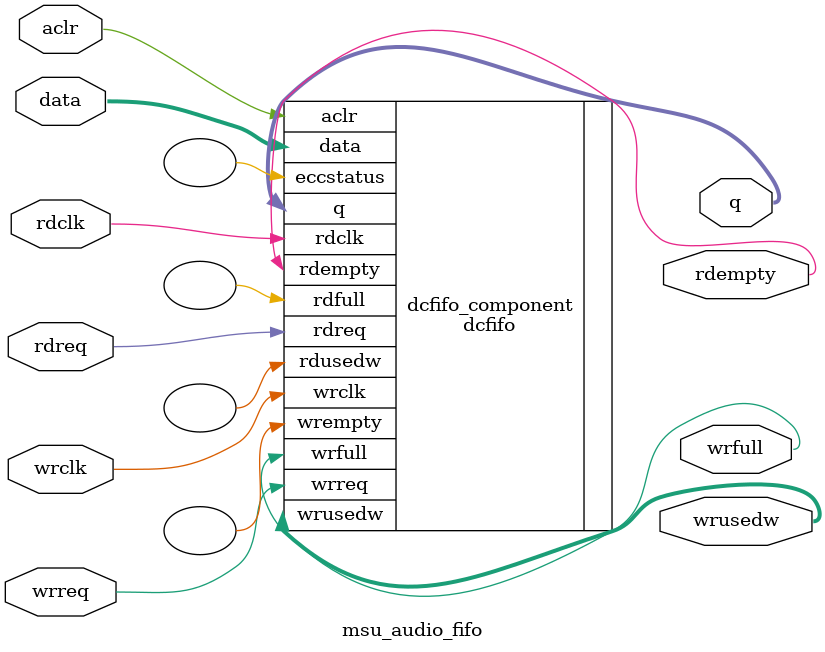
<source format=v>

module msu_audio_fifo
(
	input	        aclr,
	input	 [31:0] data,
	input	        rdclk,
	input	        rdreq,
	input	        wrclk,
	input	        wrreq,
	output [31:0] q,
	output        rdempty,
	output        wrfull,
	output  [9:0] wrusedw
);

dcfifo dcfifo_component
(
	.aclr (aclr),
	.data (data),
	.rdclk (rdclk),
	.rdreq (rdreq),
	.wrclk (wrclk),
	.wrreq (wrreq),
	.q (q),
	.rdempty (rdempty),
	.wrfull (wrfull),
	.wrusedw (wrusedw),
	.eccstatus (),
	.rdfull (),
	.rdusedw (),
	.wrempty ()
);
defparam
	dcfifo_component.intended_device_family = "Cyclone V",
	dcfifo_component.lpm_numwords = 1024,
	dcfifo_component.lpm_showahead = "ON",
	dcfifo_component.lpm_type = "dcfifo",
	dcfifo_component.lpm_width = 32,
	dcfifo_component.lpm_widthu = 10,
	dcfifo_component.overflow_checking = "ON",
	dcfifo_component.rdsync_delaypipe = 4,
	dcfifo_component.read_aclr_synch = "OFF",
	dcfifo_component.underflow_checking = "ON",
	dcfifo_component.use_eab = "ON",
	dcfifo_component.write_aclr_synch = "OFF",
	dcfifo_component.wrsync_delaypipe = 4;

endmodule

</source>
